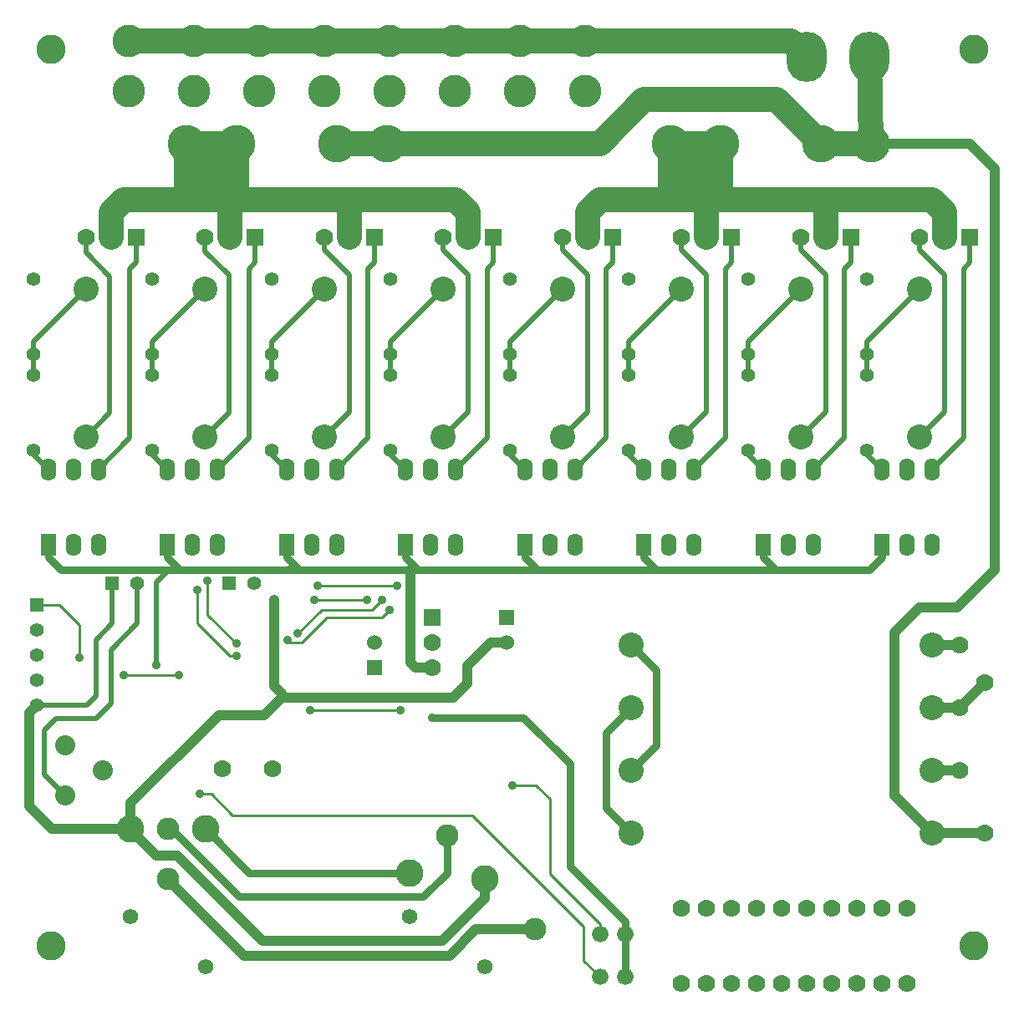
<source format=gbl>
G04 (created by PCBNEW (2013-07-07 BZR 4022)-stable) date 06/01/2015 12:36:27*
%MOIN*%
G04 Gerber Fmt 3.4, Leading zero omitted, Abs format*
%FSLAX34Y34*%
G01*
G70*
G90*
G04 APERTURE LIST*
%ADD10C,0.00590551*%
%ADD11C,0.066*%
%ADD12C,0.07*%
%ADD13C,0.13*%
%ADD14O,0.16X0.2*%
%ADD15C,0.062*%
%ADD16C,0.11*%
%ADD17C,0.09*%
%ADD18R,0.07X0.07*%
%ADD19R,0.055X0.055*%
%ADD20C,0.055*%
%ADD21R,0.062X0.09*%
%ADD22O,0.062X0.09*%
%ADD23R,0.06X0.06*%
%ADD24C,0.06*%
%ADD25C,0.1*%
%ADD26C,0.15*%
%ADD27C,0.1165*%
%ADD28C,0.0803*%
%ADD29C,0.035*%
%ADD30C,0.03*%
%ADD31C,0.02*%
%ADD32C,0.04*%
%ADD33C,0.1*%
%ADD34C,0.01*%
G04 APERTURE END LIST*
G54D10*
G54D11*
X64000Y-61750D03*
X63000Y-61750D03*
X64000Y-60050D03*
X63000Y-60050D03*
G54D12*
X78350Y-56000D03*
X78350Y-50000D03*
X77350Y-48500D03*
X77350Y-51000D03*
X77350Y-53500D03*
G54D13*
X59800Y-24400D03*
X59800Y-26400D03*
X62400Y-24400D03*
X62400Y-26400D03*
G54D14*
X73750Y-25050D03*
X71250Y-25050D03*
G54D13*
X44200Y-24400D03*
X44200Y-26400D03*
G54D15*
X47270Y-61350D03*
G54D16*
X44270Y-55850D03*
G54D17*
X45770Y-55850D03*
G54D16*
X47270Y-55850D03*
G54D17*
X45770Y-57850D03*
G54D15*
X44270Y-59350D03*
G54D12*
X75750Y-32250D03*
X76750Y-32250D03*
G54D18*
X77750Y-32250D03*
G54D12*
X71000Y-32250D03*
X72000Y-32250D03*
G54D18*
X73000Y-32250D03*
G54D12*
X42500Y-32250D03*
X43500Y-32250D03*
G54D18*
X44500Y-32250D03*
G54D12*
X47250Y-32250D03*
X48250Y-32250D03*
G54D18*
X49250Y-32250D03*
G54D12*
X52000Y-32250D03*
X53000Y-32250D03*
G54D18*
X54000Y-32250D03*
G54D12*
X56750Y-32250D03*
X57750Y-32250D03*
G54D18*
X58750Y-32250D03*
G54D12*
X61500Y-32250D03*
X62500Y-32250D03*
G54D18*
X63500Y-32250D03*
G54D12*
X66250Y-32250D03*
X67250Y-32250D03*
G54D18*
X68250Y-32250D03*
G54D19*
X40550Y-46900D03*
G54D20*
X40550Y-47900D03*
X40550Y-48900D03*
X40550Y-49900D03*
X40550Y-50900D03*
G54D19*
X48200Y-46050D03*
G54D20*
X49200Y-46050D03*
G54D21*
X74250Y-44500D03*
G54D22*
X75250Y-44500D03*
X76250Y-44500D03*
X76250Y-41500D03*
X75250Y-41500D03*
X74250Y-41500D03*
G54D21*
X69500Y-44500D03*
G54D22*
X70500Y-44500D03*
X71500Y-44500D03*
X71500Y-41500D03*
X70500Y-41500D03*
X69500Y-41500D03*
G54D21*
X64750Y-44500D03*
G54D22*
X65750Y-44500D03*
X66750Y-44500D03*
X66750Y-41500D03*
X65750Y-41500D03*
X64750Y-41500D03*
G54D21*
X60000Y-44500D03*
G54D22*
X61000Y-44500D03*
X62000Y-44500D03*
X62000Y-41500D03*
X61000Y-41500D03*
X60000Y-41500D03*
G54D21*
X55250Y-44500D03*
G54D22*
X56250Y-44500D03*
X57250Y-44500D03*
X57250Y-41500D03*
X56250Y-41500D03*
X55250Y-41500D03*
G54D21*
X50500Y-44500D03*
G54D22*
X51500Y-44500D03*
X52500Y-44500D03*
X52500Y-41500D03*
X51500Y-41500D03*
X50500Y-41500D03*
G54D21*
X45750Y-44500D03*
G54D22*
X46750Y-44500D03*
X47750Y-44500D03*
X47750Y-41500D03*
X46750Y-41500D03*
X45750Y-41500D03*
G54D21*
X41000Y-44500D03*
G54D22*
X42000Y-44500D03*
X43000Y-44500D03*
X43000Y-41500D03*
X42000Y-41500D03*
X41000Y-41500D03*
G54D23*
X59275Y-47400D03*
G54D24*
X59275Y-48400D03*
G54D23*
X54000Y-49400D03*
G54D24*
X54000Y-48400D03*
G54D15*
X58400Y-61350D03*
G54D16*
X55400Y-57600D03*
G54D17*
X56900Y-56100D03*
G54D16*
X58400Y-57850D03*
G54D17*
X60400Y-59850D03*
G54D15*
X55400Y-59350D03*
G54D12*
X66250Y-62000D03*
X67250Y-62000D03*
X68250Y-62000D03*
X69250Y-62000D03*
X70250Y-62000D03*
X71250Y-62000D03*
X72250Y-62000D03*
X73250Y-62000D03*
X74250Y-62000D03*
X75250Y-62000D03*
X75250Y-59000D03*
X74250Y-59000D03*
X73250Y-59000D03*
X72250Y-59000D03*
X71250Y-59000D03*
X70250Y-59000D03*
X69250Y-59000D03*
X68250Y-59000D03*
X67250Y-59000D03*
X66250Y-59000D03*
G54D25*
X42500Y-34300D03*
X42500Y-40200D03*
X47250Y-34300D03*
X47250Y-40200D03*
X52000Y-34300D03*
X52000Y-40200D03*
X56750Y-34300D03*
X56750Y-40200D03*
X61500Y-34300D03*
X61500Y-40200D03*
X66250Y-34300D03*
X66250Y-40200D03*
X71000Y-34300D03*
X71000Y-40200D03*
X75750Y-34300D03*
X75750Y-40200D03*
G54D20*
X49900Y-33900D03*
X49900Y-36900D03*
X49900Y-37750D03*
X49900Y-40750D03*
X45150Y-37750D03*
X45150Y-40750D03*
X40400Y-37750D03*
X40400Y-40750D03*
X54650Y-37750D03*
X54650Y-40750D03*
X59400Y-37750D03*
X59400Y-40750D03*
X64150Y-37750D03*
X64150Y-40750D03*
X68900Y-37750D03*
X68900Y-40750D03*
X73650Y-37750D03*
X73650Y-40750D03*
X40400Y-33900D03*
X40400Y-36900D03*
X45150Y-33900D03*
X45150Y-36900D03*
X54650Y-33900D03*
X54650Y-36900D03*
X59400Y-33900D03*
X59400Y-36900D03*
X64150Y-33900D03*
X64150Y-36900D03*
X68900Y-33900D03*
X68900Y-36900D03*
X73650Y-33900D03*
X73650Y-36900D03*
G54D12*
X49950Y-53450D03*
X47950Y-53450D03*
G54D18*
X56325Y-47400D03*
G54D12*
X56325Y-48400D03*
X56325Y-49400D03*
G54D26*
X46500Y-28500D03*
X48500Y-28500D03*
X52500Y-28500D03*
X54500Y-28500D03*
X65800Y-28500D03*
X67800Y-28500D03*
X71800Y-28500D03*
X73800Y-28500D03*
G54D19*
X43550Y-46050D03*
G54D20*
X44550Y-46050D03*
G54D27*
X77900Y-24750D03*
G54D13*
X46800Y-24400D03*
X46800Y-26400D03*
X49400Y-24400D03*
X49400Y-26400D03*
X52000Y-24400D03*
X52000Y-26400D03*
X54600Y-24400D03*
X54600Y-26400D03*
X57200Y-24400D03*
X57200Y-26400D03*
G54D28*
X43175Y-53500D03*
X41675Y-52500D03*
X41675Y-54500D03*
G54D25*
X64250Y-56000D03*
X64250Y-53500D03*
X64250Y-48500D03*
X64250Y-51000D03*
X76250Y-51000D03*
X76250Y-48500D03*
X76250Y-53500D03*
X76250Y-56000D03*
G54D27*
X41100Y-24750D03*
X77900Y-60500D03*
X41100Y-60500D03*
G54D29*
X45300Y-49300D03*
X56300Y-51400D03*
X50600Y-45500D03*
X50000Y-46700D03*
X49600Y-51300D03*
X42250Y-49000D03*
X47350Y-45950D03*
X48500Y-48450D03*
X54300Y-46700D03*
X50950Y-48050D03*
X54900Y-46150D03*
X51750Y-46150D03*
X54600Y-47100D03*
X50550Y-48300D03*
X55050Y-51100D03*
X51450Y-51100D03*
X59500Y-54100D03*
X47050Y-54450D03*
X44000Y-49700D03*
X46200Y-49700D03*
X51600Y-46700D03*
X53700Y-46700D03*
X46950Y-46300D03*
X48500Y-48950D03*
G54D30*
X65250Y-45500D02*
X70000Y-45500D01*
X55250Y-44500D02*
X55250Y-45000D01*
X64000Y-59550D02*
X61800Y-57350D01*
X69500Y-45000D02*
X70000Y-45500D01*
X60500Y-45500D02*
X65250Y-45500D01*
X46150Y-45500D02*
X46250Y-45500D01*
G54D31*
X45300Y-49300D02*
X45300Y-46000D01*
G54D30*
X41000Y-44500D02*
X41000Y-45000D01*
X50500Y-45000D02*
X51000Y-45500D01*
X64000Y-60050D02*
X64000Y-59550D01*
X51000Y-45500D02*
X55450Y-45500D01*
X50500Y-44500D02*
X50500Y-45000D01*
X50600Y-45500D02*
X51000Y-45500D01*
X41000Y-45000D02*
X41500Y-45500D01*
G54D31*
X45300Y-46000D02*
X45800Y-45500D01*
G54D30*
X74250Y-45000D02*
X74250Y-44500D01*
X46250Y-45500D02*
X50600Y-45500D01*
X45750Y-44500D02*
X45750Y-45000D01*
X45750Y-45000D02*
X46250Y-45500D01*
X69500Y-44500D02*
X69500Y-45000D01*
X61800Y-53250D02*
X59950Y-51400D01*
X45800Y-45500D02*
X46150Y-45500D01*
G54D32*
X55450Y-49200D02*
X55450Y-45500D01*
G54D30*
X61800Y-57350D02*
X61800Y-53250D01*
X64750Y-44500D02*
X64750Y-45000D01*
X73750Y-45500D02*
X74250Y-45000D01*
X60000Y-44500D02*
X60000Y-45000D01*
X64000Y-61750D02*
X64000Y-60050D01*
G54D32*
X56325Y-49400D02*
X55650Y-49400D01*
G54D30*
X41500Y-45500D02*
X45800Y-45500D01*
G54D32*
X55650Y-49400D02*
X55450Y-49200D01*
G54D30*
X70000Y-45500D02*
X73750Y-45500D01*
X55450Y-45500D02*
X55750Y-45500D01*
X59950Y-51400D02*
X56300Y-51400D01*
X64750Y-45000D02*
X65250Y-45500D01*
X60000Y-45000D02*
X60500Y-45500D01*
X55250Y-45000D02*
X55750Y-45500D01*
X55750Y-45500D02*
X60500Y-45500D01*
G54D32*
X47800Y-51300D02*
X44270Y-54830D01*
X46150Y-56900D02*
X49550Y-60300D01*
X44270Y-55870D02*
X45300Y-56900D01*
X50300Y-50600D02*
X50300Y-50450D01*
X58400Y-58600D02*
X58400Y-57850D01*
X59275Y-48400D02*
X58650Y-48400D01*
X45300Y-56900D02*
X46150Y-56900D01*
X44270Y-55850D02*
X44270Y-55870D01*
X57700Y-49350D02*
X57700Y-50050D01*
X56700Y-60300D02*
X58400Y-58600D01*
X50000Y-50150D02*
X50000Y-46700D01*
X50300Y-50600D02*
X49600Y-51300D01*
X50300Y-50450D02*
X50000Y-50150D01*
X58650Y-48400D02*
X57700Y-49350D01*
X44270Y-54830D02*
X44270Y-55850D01*
G54D31*
X42550Y-50900D02*
X40550Y-50900D01*
G54D32*
X49550Y-60300D02*
X56700Y-60300D01*
G54D31*
X43550Y-47650D02*
X42900Y-48300D01*
X43550Y-46050D02*
X43550Y-47650D01*
X42900Y-50550D02*
X42550Y-50900D01*
X42900Y-48300D02*
X42900Y-50550D01*
G54D32*
X49600Y-51300D02*
X47800Y-51300D01*
X41150Y-55850D02*
X40250Y-54950D01*
X40250Y-54950D02*
X40250Y-51200D01*
X40250Y-51200D02*
X40550Y-50900D01*
X44270Y-55850D02*
X41150Y-55850D01*
X57700Y-50050D02*
X57150Y-50600D01*
X57150Y-50600D02*
X50300Y-50600D01*
X77750Y-28500D02*
X78750Y-29500D01*
X76250Y-56000D02*
X78350Y-56000D01*
X78750Y-45500D02*
X78750Y-29500D01*
G54D33*
X69750Y-26750D02*
X70050Y-26750D01*
X73750Y-25050D02*
X73800Y-28500D01*
G54D32*
X73800Y-28500D02*
X77750Y-28500D01*
X75750Y-47000D02*
X77250Y-47000D01*
G54D33*
X71800Y-28500D02*
X73800Y-28500D01*
X63000Y-28500D02*
X64750Y-26750D01*
G54D32*
X74750Y-54500D02*
X76250Y-56000D01*
G54D33*
X52500Y-28500D02*
X54500Y-28500D01*
G54D32*
X74750Y-54500D02*
X74750Y-48000D01*
X77250Y-47000D02*
X78750Y-45500D01*
X74750Y-48000D02*
X75750Y-47000D01*
G54D33*
X70050Y-26750D02*
X71800Y-28500D01*
X64750Y-26750D02*
X69750Y-26750D01*
X54500Y-28500D02*
X63000Y-28500D01*
X44200Y-24400D02*
X46800Y-24400D01*
X49400Y-24400D02*
X52000Y-24400D01*
X62400Y-24400D02*
X70600Y-24400D01*
X54600Y-24400D02*
X57200Y-24400D01*
X52000Y-24400D02*
X54600Y-24400D01*
G54D32*
X76250Y-48500D02*
X77350Y-48500D01*
G54D33*
X46800Y-24400D02*
X49400Y-24400D01*
X59800Y-24400D02*
X62400Y-24400D01*
X70600Y-24400D02*
X71250Y-25050D01*
X57200Y-24400D02*
X59800Y-24400D01*
G54D34*
X41450Y-46900D02*
X42250Y-47700D01*
X40550Y-46900D02*
X41450Y-46900D01*
X42250Y-47700D02*
X42250Y-49000D01*
X48500Y-48450D02*
X47350Y-47300D01*
X47350Y-47300D02*
X47350Y-45950D01*
G54D30*
X49020Y-57600D02*
X47270Y-55850D01*
X55400Y-57600D02*
X49020Y-57600D01*
G54D32*
X48800Y-60900D02*
X57000Y-60900D01*
X45770Y-57850D02*
X45770Y-57870D01*
X45770Y-57870D02*
X48800Y-60900D01*
X58050Y-59850D02*
X60400Y-59850D01*
X57000Y-60900D02*
X58050Y-59850D01*
G54D31*
X59400Y-36400D02*
X61500Y-34300D01*
X59400Y-36900D02*
X59400Y-36400D01*
X59400Y-37750D02*
X59400Y-36900D01*
X61500Y-32250D02*
X61500Y-32750D01*
X62500Y-33750D02*
X62500Y-39200D01*
X62500Y-39200D02*
X61500Y-40200D01*
X61500Y-32750D02*
X62500Y-33750D01*
X63250Y-33500D02*
X63500Y-33250D01*
X62000Y-41500D02*
X63250Y-40250D01*
X63250Y-40250D02*
X63250Y-33500D01*
X63500Y-33250D02*
X63500Y-32250D01*
X59400Y-40750D02*
X59400Y-40900D01*
X59400Y-40900D02*
X60000Y-41500D01*
X68900Y-40900D02*
X69500Y-41500D01*
X68900Y-40750D02*
X68900Y-40900D01*
X72000Y-39200D02*
X71000Y-40200D01*
X71000Y-32250D02*
X71000Y-32750D01*
X71000Y-32750D02*
X72000Y-33750D01*
X72000Y-33750D02*
X72000Y-39200D01*
G54D34*
X53900Y-47100D02*
X51900Y-47100D01*
X54300Y-46700D02*
X53900Y-47100D01*
X51900Y-47100D02*
X50950Y-48050D01*
X54900Y-46150D02*
X51750Y-46150D01*
X52100Y-47400D02*
X51100Y-48400D01*
X54600Y-47100D02*
X54300Y-47400D01*
X51100Y-48400D02*
X50650Y-48400D01*
X54300Y-47400D02*
X52100Y-47400D01*
X50650Y-48400D02*
X50550Y-48300D01*
X51450Y-51100D02*
X55050Y-51100D01*
G54D32*
X77350Y-51000D02*
X78350Y-50000D01*
X76250Y-51000D02*
X77350Y-51000D01*
G54D33*
X62500Y-31250D02*
X63000Y-30750D01*
X67750Y-30750D02*
X72000Y-30750D01*
X67250Y-30750D02*
X66750Y-30750D01*
X63000Y-30750D02*
X65750Y-30750D01*
X65800Y-30700D02*
X65750Y-30750D01*
X62500Y-32250D02*
X62500Y-31250D01*
X66750Y-30750D02*
X67750Y-30750D01*
X76250Y-30750D02*
X76750Y-31250D01*
X72000Y-30750D02*
X76250Y-30750D01*
X66800Y-28500D02*
X67800Y-28500D01*
X66800Y-28500D02*
X66800Y-30700D01*
X67800Y-28500D02*
X67800Y-30700D01*
X65800Y-28500D02*
X66800Y-28500D01*
X67250Y-32250D02*
X67250Y-30750D01*
X76750Y-31250D02*
X76750Y-32250D01*
X72000Y-32250D02*
X72000Y-30750D01*
X66800Y-30700D02*
X66750Y-30750D01*
X65800Y-28500D02*
X65800Y-30700D01*
X67800Y-30700D02*
X67750Y-30750D01*
X65750Y-30750D02*
X67250Y-30750D01*
G54D34*
X63000Y-59650D02*
X63000Y-60050D01*
X59500Y-54100D02*
X60450Y-54100D01*
X61000Y-57650D02*
X63000Y-59650D01*
X61000Y-54650D02*
X61000Y-57650D01*
X60450Y-54100D02*
X61000Y-54650D01*
X47500Y-54450D02*
X48350Y-55300D01*
X62350Y-59750D02*
X62350Y-61100D01*
X48350Y-55300D02*
X57900Y-55300D01*
X47050Y-54450D02*
X47500Y-54450D01*
X62350Y-61100D02*
X63000Y-61750D01*
X57900Y-55300D02*
X62350Y-59750D01*
G54D31*
X44250Y-33500D02*
X44500Y-33250D01*
X44250Y-40250D02*
X44250Y-33500D01*
X43000Y-41500D02*
X44250Y-40250D01*
X44500Y-33250D02*
X44500Y-32250D01*
X40400Y-40900D02*
X41000Y-41500D01*
X40400Y-40750D02*
X40400Y-40900D01*
X75750Y-32750D02*
X76750Y-33750D01*
X76750Y-33750D02*
X76750Y-39200D01*
X76750Y-39200D02*
X75750Y-40200D01*
X75750Y-32250D02*
X75750Y-32750D01*
X77750Y-33250D02*
X77500Y-33500D01*
X77500Y-40250D02*
X76250Y-41500D01*
X77500Y-33500D02*
X77500Y-40250D01*
X77750Y-32250D02*
X77750Y-33250D01*
X73650Y-40750D02*
X73650Y-40900D01*
X73650Y-40900D02*
X74250Y-41500D01*
X54650Y-40900D02*
X55250Y-41500D01*
X54650Y-40750D02*
X54650Y-40900D01*
X56750Y-32250D02*
X56750Y-32750D01*
X57750Y-33750D02*
X57750Y-39200D01*
X57750Y-39200D02*
X56750Y-40200D01*
X56750Y-32750D02*
X57750Y-33750D01*
X71500Y-41500D02*
X72750Y-40250D01*
X73000Y-33250D02*
X73000Y-32250D01*
X72750Y-33500D02*
X73000Y-33250D01*
X72750Y-40250D02*
X72750Y-33500D01*
X68900Y-36400D02*
X71000Y-34300D01*
X68900Y-37750D02*
X68900Y-36900D01*
X68900Y-36900D02*
X68900Y-36400D01*
X67250Y-39200D02*
X66250Y-40200D01*
X66250Y-32750D02*
X67250Y-33750D01*
X66250Y-32250D02*
X66250Y-32750D01*
X67250Y-33750D02*
X67250Y-39200D01*
X58750Y-33250D02*
X58750Y-32250D01*
X58500Y-33500D02*
X58750Y-33250D01*
X57250Y-41500D02*
X58500Y-40250D01*
X58500Y-40250D02*
X58500Y-33500D01*
X68000Y-40250D02*
X68000Y-33500D01*
X66750Y-41500D02*
X68000Y-40250D01*
X68250Y-33250D02*
X68250Y-32250D01*
X68000Y-33500D02*
X68250Y-33250D01*
X64150Y-40750D02*
X64150Y-40900D01*
X64150Y-40900D02*
X64750Y-41500D01*
G54D33*
X48500Y-30500D02*
X48250Y-30750D01*
X47500Y-28500D02*
X47500Y-30750D01*
X46500Y-28500D02*
X46500Y-30750D01*
X44000Y-30750D02*
X46500Y-30750D01*
X46500Y-30750D02*
X47500Y-30750D01*
X48250Y-32250D02*
X48250Y-30750D01*
X53000Y-30750D02*
X57250Y-30750D01*
X57750Y-31250D02*
X57750Y-32250D01*
X48250Y-30750D02*
X53000Y-30750D01*
X47500Y-30750D02*
X48250Y-30750D01*
X46500Y-28500D02*
X47500Y-28500D01*
X53000Y-32250D02*
X53000Y-30750D01*
X47500Y-28500D02*
X48500Y-28500D01*
X43500Y-32250D02*
X43500Y-31250D01*
X43500Y-31250D02*
X44000Y-30750D01*
X48500Y-28500D02*
X48500Y-30500D01*
X57250Y-30750D02*
X57750Y-31250D01*
G54D31*
X52500Y-41500D02*
X53750Y-40250D01*
X53750Y-33500D02*
X54000Y-33250D01*
X54000Y-33250D02*
X54000Y-32250D01*
X53750Y-40250D02*
X53750Y-33500D01*
X49900Y-40750D02*
X49900Y-40900D01*
X49900Y-40900D02*
X50500Y-41500D01*
G54D34*
X46200Y-49700D02*
X44000Y-49700D01*
G54D30*
X55950Y-58550D02*
X56900Y-57600D01*
X48600Y-58550D02*
X55950Y-58550D01*
X45770Y-55850D02*
X45900Y-55850D01*
X45900Y-55850D02*
X48600Y-58550D01*
X56900Y-57600D02*
X56900Y-56100D01*
G54D31*
X54650Y-36400D02*
X56750Y-34300D01*
X54650Y-37750D02*
X54650Y-36900D01*
X54650Y-36900D02*
X54650Y-36400D01*
X45150Y-40750D02*
X45150Y-40900D01*
X45150Y-40900D02*
X45750Y-41500D01*
X47250Y-32250D02*
X47250Y-32800D01*
X47250Y-32800D02*
X48200Y-33750D01*
X48200Y-39250D02*
X47250Y-40200D01*
X48200Y-33750D02*
X48200Y-39250D01*
X49000Y-40250D02*
X49000Y-33500D01*
X49000Y-33500D02*
X49250Y-33250D01*
X49250Y-33250D02*
X49250Y-32250D01*
X47750Y-41500D02*
X49000Y-40250D01*
X45150Y-36900D02*
X45150Y-36400D01*
X45150Y-37750D02*
X45150Y-36900D01*
X45150Y-36400D02*
X47250Y-34300D01*
X42500Y-32250D02*
X42500Y-32850D01*
X42500Y-32850D02*
X43450Y-33800D01*
X43450Y-33800D02*
X43450Y-39250D01*
X43450Y-39250D02*
X42500Y-40200D01*
X52000Y-32250D02*
X52000Y-32750D01*
X53000Y-39200D02*
X52000Y-40200D01*
X52000Y-32750D02*
X53000Y-33750D01*
X53000Y-33750D02*
X53000Y-39200D01*
X64150Y-36900D02*
X64150Y-36400D01*
X64150Y-36400D02*
X66250Y-34300D01*
X64150Y-37750D02*
X64150Y-36900D01*
G54D34*
X53700Y-46700D02*
X51600Y-46700D01*
X46950Y-46300D02*
X46950Y-46300D01*
X46950Y-47650D02*
X47150Y-47850D01*
X47150Y-47850D02*
X48250Y-48950D01*
X46950Y-46300D02*
X46950Y-47650D01*
X48250Y-48950D02*
X48500Y-48950D01*
G54D31*
X40400Y-36400D02*
X42500Y-34300D01*
X40400Y-37750D02*
X40400Y-36900D01*
X40400Y-36900D02*
X40400Y-36400D01*
X49900Y-36400D02*
X52000Y-34300D01*
X49900Y-37750D02*
X49900Y-36900D01*
X49900Y-36900D02*
X49900Y-36400D01*
X73650Y-37750D02*
X73650Y-36900D01*
X73650Y-36900D02*
X73650Y-36400D01*
X73650Y-36400D02*
X75750Y-34300D01*
G54D30*
X63250Y-55000D02*
X63250Y-52000D01*
X63250Y-52000D02*
X64250Y-51000D01*
X64250Y-56000D02*
X63250Y-55000D01*
G54D31*
X43500Y-50750D02*
X43500Y-50850D01*
X43500Y-50750D02*
X43500Y-48700D01*
X44550Y-46050D02*
X44550Y-47650D01*
X43500Y-48700D02*
X44550Y-47650D01*
X40850Y-53675D02*
X41675Y-54500D01*
X40850Y-51925D02*
X40850Y-53675D01*
X41325Y-51450D02*
X40850Y-51925D01*
X42900Y-51450D02*
X41325Y-51450D01*
X43500Y-50850D02*
X42900Y-51450D01*
G54D30*
X65250Y-52500D02*
X65250Y-49500D01*
X65000Y-52750D02*
X65250Y-52500D01*
X64250Y-53500D02*
X65000Y-52750D01*
X65250Y-49500D02*
X64250Y-48500D01*
G54D32*
X76250Y-53500D02*
X77350Y-53500D01*
M02*

</source>
